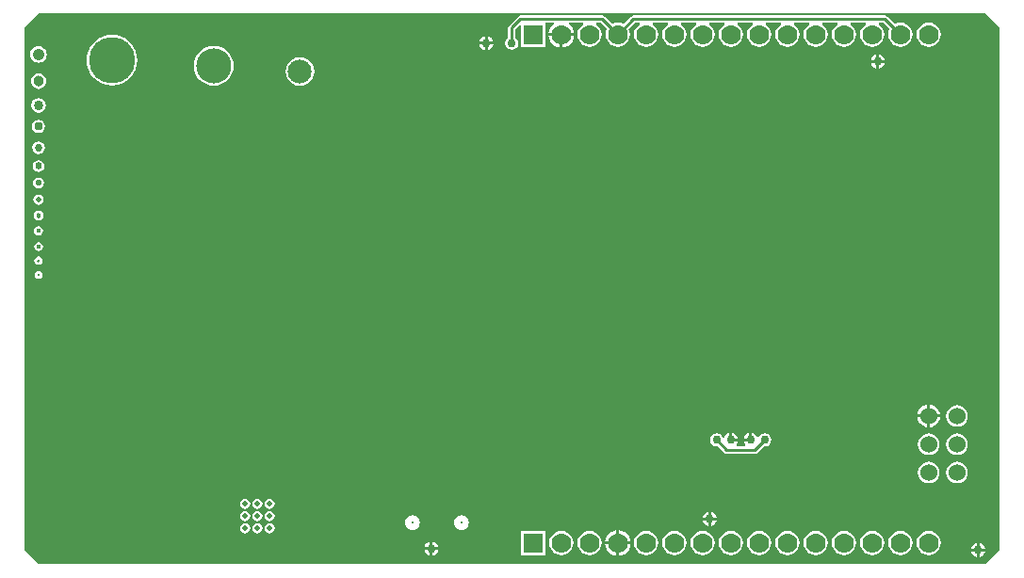
<source format=gbl>
G04 Layer_Physical_Order=2*
G04 Layer_Color=16750899*
%FSAX25Y25*%
%MOIN*%
G70*
G01*
G75*
%ADD41C,0.01000*%
%ADD42C,0.06000*%
%ADD43R,0.07000X0.07000*%
%ADD44C,0.07000*%
%ADD45C,0.01000*%
%ADD46C,0.04230*%
%ADD47C,0.03400*%
%ADD48C,0.02740*%
%ADD49C,0.02210*%
%ADD50C,0.01790*%
%ADD51C,0.01460*%
%ADD52C,0.01200*%
%ADD53C,0.03000*%
%ADD54C,0.01969*%
%ADD55C,0.01330*%
%ADD56C,0.01620*%
%ADD57C,0.01990*%
%ADD58C,0.02460*%
%ADD59C,0.03050*%
%ADD60C,0.03790*%
%ADD61C,0.16350*%
%ADD62C,0.08470*%
%ADD63C,0.12400*%
G36*
X0447500Y0292500D02*
Y0107500D01*
X0442500Y0102500D01*
X0107500D01*
X0102500Y0107500D01*
Y0292500D01*
X0107500Y0297500D01*
X0442500D01*
X0447500Y0292500D01*
D02*
G37*
%LPC*%
G36*
X0180669Y0116989D02*
X0179973Y0116850D01*
X0179383Y0116456D01*
X0178989Y0115866D01*
X0178850Y0115169D01*
X0178989Y0114473D01*
X0179383Y0113883D01*
X0179973Y0113489D01*
X0180669Y0113350D01*
X0181366Y0113489D01*
X0181956Y0113883D01*
X0182350Y0114473D01*
X0182489Y0115169D01*
X0182350Y0115866D01*
X0181956Y0116456D01*
X0181366Y0116850D01*
X0180669Y0116989D01*
D02*
G37*
G36*
X0313000Y0114473D02*
Y0110500D01*
X0316973D01*
X0316884Y0111175D01*
X0316431Y0112269D01*
X0315709Y0113209D01*
X0314769Y0113931D01*
X0313675Y0114384D01*
X0313000Y0114473D01*
D02*
G37*
G36*
X0185000Y0116989D02*
X0184304Y0116850D01*
X0183714Y0116456D01*
X0183319Y0115866D01*
X0183181Y0115169D01*
X0183319Y0114473D01*
X0183714Y0113883D01*
X0184304Y0113489D01*
X0185000Y0113350D01*
X0185696Y0113489D01*
X0186286Y0113883D01*
X0186681Y0114473D01*
X0186819Y0115169D01*
X0186681Y0115866D01*
X0186286Y0116456D01*
X0185696Y0116850D01*
X0185000Y0116989D01*
D02*
G37*
G36*
X0239839Y0119852D02*
X0239162Y0119763D01*
X0238532Y0119501D01*
X0237991Y0119086D01*
X0237576Y0118545D01*
X0237314Y0117914D01*
X0237225Y0117238D01*
X0237314Y0116561D01*
X0237576Y0115931D01*
X0237991Y0115390D01*
X0238532Y0114974D01*
X0239162Y0114713D01*
X0239839Y0114624D01*
X0240515Y0114713D01*
X0241146Y0114974D01*
X0241687Y0115390D01*
X0242103Y0115931D01*
X0242364Y0116561D01*
X0242453Y0117238D01*
X0242364Y0117914D01*
X0242103Y0118545D01*
X0241687Y0119086D01*
X0241146Y0119501D01*
X0240515Y0119763D01*
X0239839Y0119852D01*
D02*
G37*
G36*
X0189331Y0116989D02*
X0188635Y0116850D01*
X0188044Y0116456D01*
X0187650Y0115866D01*
X0187512Y0115169D01*
X0187650Y0114473D01*
X0188044Y0113883D01*
X0188635Y0113489D01*
X0189331Y0113350D01*
X0190027Y0113489D01*
X0190617Y0113883D01*
X0191011Y0114473D01*
X0191150Y0115169D01*
X0191011Y0115866D01*
X0190617Y0116456D01*
X0190027Y0116850D01*
X0189331Y0116989D01*
D02*
G37*
G36*
X0440500Y0109950D02*
Y0108000D01*
X0442450D01*
X0442355Y0108475D01*
X0441802Y0109302D01*
X0440976Y0109855D01*
X0440500Y0109950D01*
D02*
G37*
G36*
X0439500D02*
X0439024Y0109855D01*
X0438198Y0109302D01*
X0437645Y0108475D01*
X0437550Y0108000D01*
X0439500D01*
Y0109950D01*
D02*
G37*
G36*
X0246000Y0110450D02*
X0245525Y0110355D01*
X0244698Y0109802D01*
X0244145Y0108976D01*
X0244051Y0108500D01*
X0246000D01*
Y0110450D01*
D02*
G37*
G36*
X0312000Y0114473D02*
X0311325Y0114384D01*
X0310231Y0113931D01*
X0309291Y0113209D01*
X0308569Y0112269D01*
X0308116Y0111175D01*
X0308027Y0110500D01*
X0312000D01*
Y0114473D01*
D02*
G37*
G36*
X0247000Y0110450D02*
Y0108500D01*
X0248950D01*
X0248855Y0108976D01*
X0248302Y0109802D01*
X0247476Y0110355D01*
X0247000Y0110450D01*
D02*
G37*
G36*
X0344500Y0120949D02*
X0344024Y0120855D01*
X0343198Y0120302D01*
X0342645Y0119475D01*
X0342550Y0119000D01*
X0344500D01*
Y0120949D01*
D02*
G37*
G36*
X0189331Y0121319D02*
X0188635Y0121181D01*
X0188044Y0120786D01*
X0187650Y0120196D01*
X0187512Y0119500D01*
X0187650Y0118804D01*
X0188044Y0118214D01*
X0188635Y0117819D01*
X0189331Y0117681D01*
X0190027Y0117819D01*
X0190617Y0118214D01*
X0191011Y0118804D01*
X0191150Y0119500D01*
X0191011Y0120196D01*
X0190617Y0120786D01*
X0190027Y0121181D01*
X0189331Y0121319D01*
D02*
G37*
G36*
X0345500Y0120949D02*
Y0119000D01*
X0347449D01*
X0347355Y0119475D01*
X0346802Y0120302D01*
X0345975Y0120855D01*
X0345500Y0120949D01*
D02*
G37*
G36*
X0185000Y0125650D02*
X0184304Y0125511D01*
X0183714Y0125117D01*
X0183319Y0124527D01*
X0183181Y0123831D01*
X0183319Y0123135D01*
X0183714Y0122544D01*
X0184304Y0122150D01*
X0185000Y0122011D01*
X0185696Y0122150D01*
X0186286Y0122544D01*
X0186681Y0123135D01*
X0186819Y0123831D01*
X0186681Y0124527D01*
X0186286Y0125117D01*
X0185696Y0125511D01*
X0185000Y0125650D01*
D02*
G37*
G36*
X0180669D02*
X0179973Y0125511D01*
X0179383Y0125117D01*
X0178989Y0124527D01*
X0178850Y0123831D01*
X0178989Y0123135D01*
X0179383Y0122544D01*
X0179973Y0122150D01*
X0180669Y0122011D01*
X0181366Y0122150D01*
X0181956Y0122544D01*
X0182350Y0123135D01*
X0182489Y0123831D01*
X0182350Y0124527D01*
X0181956Y0125117D01*
X0181366Y0125511D01*
X0180669Y0125650D01*
D02*
G37*
G36*
X0344500Y0118000D02*
X0342550D01*
X0342645Y0117525D01*
X0343198Y0116698D01*
X0344024Y0116145D01*
X0344500Y0116051D01*
Y0118000D01*
D02*
G37*
G36*
X0257161Y0119852D02*
X0256485Y0119763D01*
X0255854Y0119501D01*
X0255313Y0119086D01*
X0254897Y0118545D01*
X0254636Y0117914D01*
X0254547Y0117238D01*
X0254636Y0116561D01*
X0254897Y0115931D01*
X0255313Y0115390D01*
X0255854Y0114974D01*
X0256485Y0114713D01*
X0257161Y0114624D01*
X0257838Y0114713D01*
X0258468Y0114974D01*
X0259009Y0115390D01*
X0259424Y0115931D01*
X0259686Y0116561D01*
X0259775Y0117238D01*
X0259686Y0117914D01*
X0259424Y0118545D01*
X0259009Y0119086D01*
X0258468Y0119501D01*
X0257838Y0119763D01*
X0257161Y0119852D01*
D02*
G37*
G36*
X0347449Y0118000D02*
X0345500D01*
Y0116051D01*
X0345975Y0116145D01*
X0346802Y0116698D01*
X0347355Y0117525D01*
X0347449Y0118000D01*
D02*
G37*
G36*
X0185000Y0121319D02*
X0184304Y0121181D01*
X0183714Y0120786D01*
X0183319Y0120196D01*
X0183181Y0119500D01*
X0183319Y0118804D01*
X0183714Y0118214D01*
X0184304Y0117819D01*
X0185000Y0117681D01*
X0185696Y0117819D01*
X0186286Y0118214D01*
X0186681Y0118804D01*
X0186819Y0119500D01*
X0186681Y0120196D01*
X0186286Y0120786D01*
X0185696Y0121181D01*
X0185000Y0121319D01*
D02*
G37*
G36*
X0180669D02*
X0179973Y0121181D01*
X0179383Y0120786D01*
X0178989Y0120196D01*
X0178850Y0119500D01*
X0178989Y0118804D01*
X0179383Y0118214D01*
X0179973Y0117819D01*
X0180669Y0117681D01*
X0181366Y0117819D01*
X0181956Y0118214D01*
X0182350Y0118804D01*
X0182489Y0119500D01*
X0182350Y0120196D01*
X0181956Y0120786D01*
X0181366Y0121181D01*
X0180669Y0121319D01*
D02*
G37*
G36*
X0292500Y0114337D02*
X0291377Y0114189D01*
X0290331Y0113756D01*
X0289433Y0113067D01*
X0288744Y0112169D01*
X0288311Y0111123D01*
X0288163Y0110000D01*
X0288311Y0108878D01*
X0288744Y0107831D01*
X0289433Y0106933D01*
X0290331Y0106244D01*
X0291377Y0105811D01*
X0292500Y0105663D01*
X0293622Y0105811D01*
X0294669Y0106244D01*
X0295567Y0106933D01*
X0296256Y0107831D01*
X0296689Y0108878D01*
X0296837Y0110000D01*
X0296689Y0111123D01*
X0296256Y0112169D01*
X0295567Y0113067D01*
X0294669Y0113756D01*
X0293622Y0114189D01*
X0292500Y0114337D01*
D02*
G37*
G36*
X0248950Y0107500D02*
X0247000D01*
Y0105551D01*
X0247476Y0105645D01*
X0248302Y0106198D01*
X0248855Y0107025D01*
X0248950Y0107500D01*
D02*
G37*
G36*
X0302500Y0114337D02*
X0301378Y0114189D01*
X0300331Y0113756D01*
X0299433Y0113067D01*
X0298744Y0112169D01*
X0298311Y0111123D01*
X0298163Y0110000D01*
X0298311Y0108878D01*
X0298744Y0107831D01*
X0299433Y0106933D01*
X0300331Y0106244D01*
X0301378Y0105811D01*
X0302500Y0105663D01*
X0303623Y0105811D01*
X0304669Y0106244D01*
X0305567Y0106933D01*
X0306256Y0107831D01*
X0306689Y0108878D01*
X0306837Y0110000D01*
X0306689Y0111123D01*
X0306256Y0112169D01*
X0305567Y0113067D01*
X0304669Y0113756D01*
X0303623Y0114189D01*
X0302500Y0114337D01*
D02*
G37*
G36*
X0332500D02*
X0331378Y0114189D01*
X0330331Y0113756D01*
X0329433Y0113067D01*
X0328744Y0112169D01*
X0328311Y0111123D01*
X0328163Y0110000D01*
X0328311Y0108878D01*
X0328744Y0107831D01*
X0329433Y0106933D01*
X0330331Y0106244D01*
X0331378Y0105811D01*
X0332500Y0105663D01*
X0333623Y0105811D01*
X0334669Y0106244D01*
X0335567Y0106933D01*
X0336256Y0107831D01*
X0336689Y0108878D01*
X0336837Y0110000D01*
X0336689Y0111123D01*
X0336256Y0112169D01*
X0335567Y0113067D01*
X0334669Y0113756D01*
X0333623Y0114189D01*
X0332500Y0114337D01*
D02*
G37*
G36*
X0322500D02*
X0321377Y0114189D01*
X0320331Y0113756D01*
X0319433Y0113067D01*
X0318744Y0112169D01*
X0318311Y0111123D01*
X0318163Y0110000D01*
X0318311Y0108878D01*
X0318744Y0107831D01*
X0319433Y0106933D01*
X0320331Y0106244D01*
X0321377Y0105811D01*
X0322500Y0105663D01*
X0323622Y0105811D01*
X0324669Y0106244D01*
X0325567Y0106933D01*
X0326256Y0107831D01*
X0326689Y0108878D01*
X0326837Y0110000D01*
X0326689Y0111123D01*
X0326256Y0112169D01*
X0325567Y0113067D01*
X0324669Y0113756D01*
X0323622Y0114189D01*
X0322500Y0114337D01*
D02*
G37*
G36*
X0442450Y0107000D02*
X0440500D01*
Y0105051D01*
X0440976Y0105145D01*
X0441802Y0105698D01*
X0442355Y0106525D01*
X0442450Y0107000D01*
D02*
G37*
G36*
X0439500D02*
X0437550D01*
X0437645Y0106525D01*
X0438198Y0105698D01*
X0439024Y0105145D01*
X0439500Y0105051D01*
Y0107000D01*
D02*
G37*
G36*
X0312000Y0109500D02*
X0308027D01*
X0308116Y0108825D01*
X0308569Y0107731D01*
X0309291Y0106791D01*
X0310231Y0106069D01*
X0311325Y0105616D01*
X0312000Y0105527D01*
Y0109500D01*
D02*
G37*
G36*
X0246000Y0107500D02*
X0244051D01*
X0244145Y0107025D01*
X0244698Y0106198D01*
X0245525Y0105645D01*
X0246000Y0105551D01*
Y0107500D01*
D02*
G37*
G36*
X0316973Y0109500D02*
X0313000D01*
Y0105527D01*
X0313675Y0105616D01*
X0314769Y0106069D01*
X0315709Y0106791D01*
X0316431Y0107731D01*
X0316884Y0108825D01*
X0316973Y0109500D01*
D02*
G37*
G36*
X0402500Y0114337D02*
X0401377Y0114189D01*
X0400331Y0113756D01*
X0399433Y0113067D01*
X0398744Y0112169D01*
X0398311Y0111123D01*
X0398163Y0110000D01*
X0398311Y0108878D01*
X0398744Y0107831D01*
X0399433Y0106933D01*
X0400331Y0106244D01*
X0401377Y0105811D01*
X0402500Y0105663D01*
X0403622Y0105811D01*
X0404669Y0106244D01*
X0405567Y0106933D01*
X0406256Y0107831D01*
X0406689Y0108878D01*
X0406837Y0110000D01*
X0406689Y0111123D01*
X0406256Y0112169D01*
X0405567Y0113067D01*
X0404669Y0113756D01*
X0403622Y0114189D01*
X0402500Y0114337D01*
D02*
G37*
G36*
X0392500D02*
X0391377Y0114189D01*
X0390331Y0113756D01*
X0389433Y0113067D01*
X0388744Y0112169D01*
X0388311Y0111123D01*
X0388163Y0110000D01*
X0388311Y0108878D01*
X0388744Y0107831D01*
X0389433Y0106933D01*
X0390331Y0106244D01*
X0391377Y0105811D01*
X0392500Y0105663D01*
X0393622Y0105811D01*
X0394669Y0106244D01*
X0395567Y0106933D01*
X0396256Y0107831D01*
X0396689Y0108878D01*
X0396837Y0110000D01*
X0396689Y0111123D01*
X0396256Y0112169D01*
X0395567Y0113067D01*
X0394669Y0113756D01*
X0393622Y0114189D01*
X0392500Y0114337D01*
D02*
G37*
G36*
X0412500D02*
X0411377Y0114189D01*
X0410331Y0113756D01*
X0409433Y0113067D01*
X0408744Y0112169D01*
X0408311Y0111123D01*
X0408163Y0110000D01*
X0408311Y0108878D01*
X0408744Y0107831D01*
X0409433Y0106933D01*
X0410331Y0106244D01*
X0411377Y0105811D01*
X0412500Y0105663D01*
X0413623Y0105811D01*
X0414669Y0106244D01*
X0415567Y0106933D01*
X0416256Y0107831D01*
X0416689Y0108878D01*
X0416837Y0110000D01*
X0416689Y0111123D01*
X0416256Y0112169D01*
X0415567Y0113067D01*
X0414669Y0113756D01*
X0413623Y0114189D01*
X0412500Y0114337D01*
D02*
G37*
G36*
X0286800Y0114300D02*
X0278200D01*
Y0105700D01*
X0286800D01*
Y0114300D01*
D02*
G37*
G36*
X0422500Y0114337D02*
X0421378Y0114189D01*
X0420331Y0113756D01*
X0419433Y0113067D01*
X0418744Y0112169D01*
X0418311Y0111123D01*
X0418163Y0110000D01*
X0418311Y0108878D01*
X0418744Y0107831D01*
X0419433Y0106933D01*
X0420331Y0106244D01*
X0421378Y0105811D01*
X0422500Y0105663D01*
X0423623Y0105811D01*
X0424669Y0106244D01*
X0425567Y0106933D01*
X0426256Y0107831D01*
X0426689Y0108878D01*
X0426837Y0110000D01*
X0426689Y0111123D01*
X0426256Y0112169D01*
X0425567Y0113067D01*
X0424669Y0113756D01*
X0423623Y0114189D01*
X0422500Y0114337D01*
D02*
G37*
G36*
X0352500D02*
X0351378Y0114189D01*
X0350331Y0113756D01*
X0349433Y0113067D01*
X0348744Y0112169D01*
X0348311Y0111123D01*
X0348163Y0110000D01*
X0348311Y0108878D01*
X0348744Y0107831D01*
X0349433Y0106933D01*
X0350331Y0106244D01*
X0351378Y0105811D01*
X0352500Y0105663D01*
X0353623Y0105811D01*
X0354669Y0106244D01*
X0355567Y0106933D01*
X0356256Y0107831D01*
X0356689Y0108878D01*
X0356837Y0110000D01*
X0356689Y0111123D01*
X0356256Y0112169D01*
X0355567Y0113067D01*
X0354669Y0113756D01*
X0353623Y0114189D01*
X0352500Y0114337D01*
D02*
G37*
G36*
X0342500D02*
X0341377Y0114189D01*
X0340331Y0113756D01*
X0339433Y0113067D01*
X0338744Y0112169D01*
X0338311Y0111123D01*
X0338163Y0110000D01*
X0338311Y0108878D01*
X0338744Y0107831D01*
X0339433Y0106933D01*
X0340331Y0106244D01*
X0341377Y0105811D01*
X0342500Y0105663D01*
X0343622Y0105811D01*
X0344669Y0106244D01*
X0345567Y0106933D01*
X0346256Y0107831D01*
X0346689Y0108878D01*
X0346837Y0110000D01*
X0346689Y0111123D01*
X0346256Y0112169D01*
X0345567Y0113067D01*
X0344669Y0113756D01*
X0343622Y0114189D01*
X0342500Y0114337D01*
D02*
G37*
G36*
X0362500D02*
X0361378Y0114189D01*
X0360331Y0113756D01*
X0359433Y0113067D01*
X0358744Y0112169D01*
X0358311Y0111123D01*
X0358163Y0110000D01*
X0358311Y0108878D01*
X0358744Y0107831D01*
X0359433Y0106933D01*
X0360331Y0106244D01*
X0361378Y0105811D01*
X0362500Y0105663D01*
X0363622Y0105811D01*
X0364669Y0106244D01*
X0365567Y0106933D01*
X0366256Y0107831D01*
X0366689Y0108878D01*
X0366837Y0110000D01*
X0366689Y0111123D01*
X0366256Y0112169D01*
X0365567Y0113067D01*
X0364669Y0113756D01*
X0363622Y0114189D01*
X0362500Y0114337D01*
D02*
G37*
G36*
X0382500D02*
X0381378Y0114189D01*
X0380331Y0113756D01*
X0379433Y0113067D01*
X0378744Y0112169D01*
X0378311Y0111123D01*
X0378163Y0110000D01*
X0378311Y0108878D01*
X0378744Y0107831D01*
X0379433Y0106933D01*
X0380331Y0106244D01*
X0381378Y0105811D01*
X0382500Y0105663D01*
X0383623Y0105811D01*
X0384669Y0106244D01*
X0385567Y0106933D01*
X0386256Y0107831D01*
X0386689Y0108878D01*
X0386837Y0110000D01*
X0386689Y0111123D01*
X0386256Y0112169D01*
X0385567Y0113067D01*
X0384669Y0113756D01*
X0383623Y0114189D01*
X0382500Y0114337D01*
D02*
G37*
G36*
X0372500D02*
X0371377Y0114189D01*
X0370331Y0113756D01*
X0369433Y0113067D01*
X0368744Y0112169D01*
X0368311Y0111123D01*
X0368163Y0110000D01*
X0368311Y0108878D01*
X0368744Y0107831D01*
X0369433Y0106933D01*
X0370331Y0106244D01*
X0371377Y0105811D01*
X0372500Y0105663D01*
X0373622Y0105811D01*
X0374669Y0106244D01*
X0375567Y0106933D01*
X0376256Y0107831D01*
X0376689Y0108878D01*
X0376837Y0110000D01*
X0376689Y0111123D01*
X0376256Y0112169D01*
X0375567Y0113067D01*
X0374669Y0113756D01*
X0373622Y0114189D01*
X0372500Y0114337D01*
D02*
G37*
G36*
X0133500Y0290018D02*
X0131741Y0289845D01*
X0130049Y0289332D01*
X0128490Y0288498D01*
X0127123Y0287377D01*
X0126001Y0286010D01*
X0125168Y0284451D01*
X0124655Y0282759D01*
X0124482Y0281000D01*
X0124655Y0279241D01*
X0125168Y0277549D01*
X0126001Y0275990D01*
X0127123Y0274623D01*
X0128490Y0273501D01*
X0130049Y0272668D01*
X0131741Y0272155D01*
X0133500Y0271982D01*
X0135259Y0272155D01*
X0136951Y0272668D01*
X0138510Y0273501D01*
X0139877Y0274623D01*
X0140999Y0275990D01*
X0141832Y0277549D01*
X0142345Y0279241D01*
X0142518Y0281000D01*
X0142345Y0282759D01*
X0141832Y0284451D01*
X0140999Y0286010D01*
X0139877Y0287377D01*
X0138510Y0288498D01*
X0136951Y0289332D01*
X0135259Y0289845D01*
X0133500Y0290018D01*
D02*
G37*
G36*
X0169500Y0286034D02*
X0168128Y0285899D01*
X0166808Y0285498D01*
X0165592Y0284848D01*
X0164526Y0283974D01*
X0163652Y0282908D01*
X0163002Y0281692D01*
X0162601Y0280372D01*
X0162466Y0279000D01*
X0162601Y0277628D01*
X0163002Y0276308D01*
X0163652Y0275092D01*
X0164526Y0274026D01*
X0165592Y0273151D01*
X0166808Y0272501D01*
X0168128Y0272101D01*
X0169500Y0271966D01*
X0170872Y0272101D01*
X0172192Y0272501D01*
X0173408Y0273151D01*
X0174474Y0274026D01*
X0175348Y0275092D01*
X0175998Y0276308D01*
X0176399Y0277628D01*
X0176534Y0279000D01*
X0176399Y0280372D01*
X0175998Y0281692D01*
X0175348Y0282908D01*
X0174474Y0283974D01*
X0173408Y0284848D01*
X0172192Y0285498D01*
X0170872Y0285899D01*
X0169500Y0286034D01*
D02*
G37*
G36*
X0404000Y0280000D02*
X0402050D01*
X0402145Y0279524D01*
X0402698Y0278698D01*
X0403524Y0278145D01*
X0404000Y0278050D01*
Y0280000D01*
D02*
G37*
G36*
X0107500Y0285940D02*
X0106739Y0285840D01*
X0106030Y0285546D01*
X0105421Y0285079D01*
X0104954Y0284470D01*
X0104660Y0283761D01*
X0104560Y0283000D01*
X0104660Y0282239D01*
X0104954Y0281530D01*
X0105421Y0280921D01*
X0106030Y0280454D01*
X0106739Y0280160D01*
X0107500Y0280060D01*
X0108261Y0280160D01*
X0108970Y0280454D01*
X0109579Y0280921D01*
X0110046Y0281530D01*
X0110340Y0282239D01*
X0110440Y0283000D01*
X0110340Y0283761D01*
X0110046Y0284470D01*
X0109579Y0285079D01*
X0108970Y0285546D01*
X0108261Y0285840D01*
X0107500Y0285940D01*
D02*
G37*
G36*
X0406950Y0280000D02*
X0405000D01*
Y0278050D01*
X0405476Y0278145D01*
X0406302Y0278698D01*
X0406855Y0279524D01*
X0406950Y0280000D01*
D02*
G37*
G36*
X0107500Y0259871D02*
X0106593Y0259690D01*
X0105824Y0259176D01*
X0105310Y0258407D01*
X0105129Y0257500D01*
X0105310Y0256593D01*
X0105824Y0255824D01*
X0106593Y0255310D01*
X0107500Y0255129D01*
X0108407Y0255310D01*
X0109176Y0255824D01*
X0109690Y0256593D01*
X0109871Y0257500D01*
X0109690Y0258407D01*
X0109176Y0259176D01*
X0108407Y0259690D01*
X0107500Y0259871D01*
D02*
G37*
G36*
Y0252213D02*
X0106653Y0252044D01*
X0105936Y0251565D01*
X0105456Y0250847D01*
X0105288Y0250000D01*
X0105456Y0249153D01*
X0105936Y0248435D01*
X0106653Y0247956D01*
X0107500Y0247787D01*
X0108347Y0247956D01*
X0109064Y0248435D01*
X0109544Y0249153D01*
X0109713Y0250000D01*
X0109544Y0250847D01*
X0109064Y0251565D01*
X0108347Y0252044D01*
X0107500Y0252213D01*
D02*
G37*
G36*
Y0267549D02*
X0106525Y0267355D01*
X0105698Y0266802D01*
X0105145Y0265975D01*
X0104951Y0265000D01*
X0105145Y0264024D01*
X0105698Y0263198D01*
X0106525Y0262645D01*
X0107500Y0262451D01*
X0108475Y0262645D01*
X0109302Y0263198D01*
X0109855Y0264024D01*
X0110049Y0265000D01*
X0109855Y0265975D01*
X0109302Y0266802D01*
X0108475Y0267355D01*
X0107500Y0267549D01*
D02*
G37*
G36*
X0200000Y0282079D02*
X0198686Y0281905D01*
X0197461Y0281398D01*
X0196409Y0280591D01*
X0195602Y0279539D01*
X0195095Y0278314D01*
X0194922Y0277000D01*
X0195095Y0275686D01*
X0195602Y0274461D01*
X0196409Y0273409D01*
X0197461Y0272602D01*
X0198686Y0272095D01*
X0200000Y0271921D01*
X0201314Y0272095D01*
X0202539Y0272602D01*
X0203591Y0273409D01*
X0204398Y0274461D01*
X0204905Y0275686D01*
X0205079Y0277000D01*
X0204905Y0278314D01*
X0204398Y0279539D01*
X0203591Y0280591D01*
X0202539Y0281398D01*
X0201314Y0281905D01*
X0200000Y0282079D01*
D02*
G37*
G36*
X0107500Y0276218D02*
X0106797Y0276126D01*
X0106141Y0275854D01*
X0105578Y0275422D01*
X0105146Y0274859D01*
X0104874Y0274203D01*
X0104782Y0273500D01*
X0104874Y0272797D01*
X0105146Y0272141D01*
X0105578Y0271578D01*
X0106141Y0271146D01*
X0106797Y0270874D01*
X0107500Y0270782D01*
X0108203Y0270874D01*
X0108859Y0271146D01*
X0109422Y0271578D01*
X0109854Y0272141D01*
X0110126Y0272797D01*
X0110218Y0273500D01*
X0110126Y0274203D01*
X0109854Y0274859D01*
X0109422Y0275422D01*
X0108859Y0275854D01*
X0108203Y0276126D01*
X0107500Y0276218D01*
D02*
G37*
G36*
X0422500Y0294337D02*
X0421378Y0294189D01*
X0420331Y0293756D01*
X0419433Y0293067D01*
X0418744Y0292169D01*
X0418311Y0291123D01*
X0418163Y0290000D01*
X0418311Y0288878D01*
X0418744Y0287831D01*
X0419433Y0286933D01*
X0420331Y0286244D01*
X0421378Y0285811D01*
X0422500Y0285663D01*
X0423623Y0285811D01*
X0424669Y0286244D01*
X0425567Y0286933D01*
X0426256Y0287831D01*
X0426689Y0288878D01*
X0426837Y0290000D01*
X0426689Y0291123D01*
X0426256Y0292169D01*
X0425567Y0293067D01*
X0424669Y0293756D01*
X0423623Y0294189D01*
X0422500Y0294337D01*
D02*
G37*
G36*
X0296973Y0289500D02*
X0293000D01*
Y0285527D01*
X0293675Y0285616D01*
X0294769Y0286069D01*
X0295709Y0286791D01*
X0296431Y0287731D01*
X0296884Y0288825D01*
X0296973Y0289500D01*
D02*
G37*
G36*
X0265500Y0289450D02*
X0265024Y0289355D01*
X0264198Y0288802D01*
X0263645Y0287976D01*
X0263550Y0287500D01*
X0265500D01*
Y0289450D01*
D02*
G37*
G36*
X0407000Y0296826D02*
X0318000D01*
X0317493Y0296725D01*
X0317063Y0296437D01*
X0314466Y0293840D01*
X0313622Y0294189D01*
X0312500Y0294337D01*
X0311378Y0294189D01*
X0310534Y0293840D01*
X0307937Y0296437D01*
X0307507Y0296725D01*
X0307000Y0296826D01*
X0278000D01*
X0277493Y0296725D01*
X0277063Y0296437D01*
X0274063Y0293437D01*
X0273775Y0293007D01*
X0273675Y0292500D01*
Y0288880D01*
X0273342Y0288658D01*
X0272833Y0287897D01*
X0272655Y0287000D01*
X0272833Y0286103D01*
X0273342Y0285342D01*
X0274103Y0284833D01*
X0275000Y0284655D01*
X0275897Y0284833D01*
X0276658Y0285342D01*
X0277167Y0286103D01*
X0277345Y0287000D01*
X0277167Y0287897D01*
X0276658Y0288658D01*
X0276325Y0288880D01*
Y0291951D01*
X0277738Y0293364D01*
X0278200Y0293172D01*
Y0285700D01*
X0286800D01*
Y0294175D01*
X0289727D01*
X0289897Y0293674D01*
X0289291Y0293209D01*
X0288569Y0292269D01*
X0288116Y0291175D01*
X0288027Y0290500D01*
X0296973D01*
X0296884Y0291175D01*
X0296431Y0292269D01*
X0295709Y0293209D01*
X0295103Y0293674D01*
X0295273Y0294175D01*
X0300109D01*
X0300225Y0293674D01*
X0299433Y0293067D01*
X0298744Y0292169D01*
X0298311Y0291123D01*
X0298163Y0290000D01*
X0298311Y0288878D01*
X0298744Y0287831D01*
X0299433Y0286933D01*
X0300331Y0286244D01*
X0301378Y0285811D01*
X0302500Y0285663D01*
X0303623Y0285811D01*
X0304669Y0286244D01*
X0305567Y0286933D01*
X0306256Y0287831D01*
X0306689Y0288878D01*
X0306837Y0290000D01*
X0306689Y0291123D01*
X0306256Y0292169D01*
X0305567Y0293067D01*
X0304775Y0293674D01*
X0304891Y0294175D01*
X0306451D01*
X0308660Y0291966D01*
X0308311Y0291123D01*
X0308163Y0290000D01*
X0308311Y0288878D01*
X0308744Y0287831D01*
X0309433Y0286933D01*
X0310331Y0286244D01*
X0311378Y0285811D01*
X0312500Y0285663D01*
X0313622Y0285811D01*
X0314669Y0286244D01*
X0315567Y0286933D01*
X0316256Y0287831D01*
X0316689Y0288878D01*
X0316837Y0290000D01*
X0316689Y0291123D01*
X0316340Y0291966D01*
X0318549Y0294175D01*
X0320109D01*
X0320225Y0293674D01*
X0319433Y0293067D01*
X0318744Y0292169D01*
X0318311Y0291123D01*
X0318163Y0290000D01*
X0318311Y0288878D01*
X0318744Y0287831D01*
X0319433Y0286933D01*
X0320331Y0286244D01*
X0321377Y0285811D01*
X0322500Y0285663D01*
X0323622Y0285811D01*
X0324669Y0286244D01*
X0325567Y0286933D01*
X0326256Y0287831D01*
X0326689Y0288878D01*
X0326837Y0290000D01*
X0326689Y0291123D01*
X0326256Y0292169D01*
X0325567Y0293067D01*
X0324775Y0293674D01*
X0324891Y0294175D01*
X0330108D01*
X0330225Y0293674D01*
X0329433Y0293067D01*
X0328744Y0292169D01*
X0328311Y0291123D01*
X0328163Y0290000D01*
X0328311Y0288878D01*
X0328744Y0287831D01*
X0329433Y0286933D01*
X0330331Y0286244D01*
X0331378Y0285811D01*
X0332500Y0285663D01*
X0333623Y0285811D01*
X0334669Y0286244D01*
X0335567Y0286933D01*
X0336256Y0287831D01*
X0336689Y0288878D01*
X0336837Y0290000D01*
X0336689Y0291123D01*
X0336256Y0292169D01*
X0335567Y0293067D01*
X0334775Y0293674D01*
X0334892Y0294175D01*
X0340108D01*
X0340225Y0293674D01*
X0339433Y0293067D01*
X0338744Y0292169D01*
X0338311Y0291123D01*
X0338163Y0290000D01*
X0338311Y0288878D01*
X0338744Y0287831D01*
X0339433Y0286933D01*
X0340331Y0286244D01*
X0341377Y0285811D01*
X0342500Y0285663D01*
X0343622Y0285811D01*
X0344669Y0286244D01*
X0345567Y0286933D01*
X0346256Y0287831D01*
X0346689Y0288878D01*
X0346837Y0290000D01*
X0346689Y0291123D01*
X0346256Y0292169D01*
X0345567Y0293067D01*
X0344775Y0293674D01*
X0344892Y0294175D01*
X0350109D01*
X0350225Y0293674D01*
X0349433Y0293067D01*
X0348744Y0292169D01*
X0348311Y0291123D01*
X0348163Y0290000D01*
X0348311Y0288878D01*
X0348744Y0287831D01*
X0349433Y0286933D01*
X0350331Y0286244D01*
X0351378Y0285811D01*
X0352500Y0285663D01*
X0353623Y0285811D01*
X0354669Y0286244D01*
X0355567Y0286933D01*
X0356256Y0287831D01*
X0356689Y0288878D01*
X0356837Y0290000D01*
X0356689Y0291123D01*
X0356256Y0292169D01*
X0355567Y0293067D01*
X0354775Y0293674D01*
X0354891Y0294175D01*
X0360108D01*
X0360225Y0293674D01*
X0359433Y0293067D01*
X0358744Y0292169D01*
X0358311Y0291123D01*
X0358163Y0290000D01*
X0358311Y0288878D01*
X0358744Y0287831D01*
X0359433Y0286933D01*
X0360331Y0286244D01*
X0361378Y0285811D01*
X0362500Y0285663D01*
X0363622Y0285811D01*
X0364669Y0286244D01*
X0365567Y0286933D01*
X0366256Y0287831D01*
X0366689Y0288878D01*
X0366837Y0290000D01*
X0366689Y0291123D01*
X0366256Y0292169D01*
X0365567Y0293067D01*
X0364775Y0293674D01*
X0364892Y0294175D01*
X0370109D01*
X0370225Y0293674D01*
X0369433Y0293067D01*
X0368744Y0292169D01*
X0368311Y0291123D01*
X0368163Y0290000D01*
X0368311Y0288878D01*
X0368744Y0287831D01*
X0369433Y0286933D01*
X0370331Y0286244D01*
X0371377Y0285811D01*
X0372500Y0285663D01*
X0373622Y0285811D01*
X0374669Y0286244D01*
X0375567Y0286933D01*
X0376256Y0287831D01*
X0376689Y0288878D01*
X0376837Y0290000D01*
X0376689Y0291123D01*
X0376256Y0292169D01*
X0375567Y0293067D01*
X0374775Y0293674D01*
X0374891Y0294175D01*
X0380108D01*
X0380225Y0293674D01*
X0379433Y0293067D01*
X0378744Y0292169D01*
X0378311Y0291123D01*
X0378163Y0290000D01*
X0378311Y0288878D01*
X0378744Y0287831D01*
X0379433Y0286933D01*
X0380331Y0286244D01*
X0381378Y0285811D01*
X0382500Y0285663D01*
X0383623Y0285811D01*
X0384669Y0286244D01*
X0385567Y0286933D01*
X0386256Y0287831D01*
X0386689Y0288878D01*
X0386837Y0290000D01*
X0386689Y0291123D01*
X0386256Y0292169D01*
X0385567Y0293067D01*
X0384775Y0293674D01*
X0384892Y0294175D01*
X0390108D01*
X0390225Y0293674D01*
X0389433Y0293067D01*
X0388744Y0292169D01*
X0388311Y0291123D01*
X0388163Y0290000D01*
X0388311Y0288878D01*
X0388744Y0287831D01*
X0389433Y0286933D01*
X0390331Y0286244D01*
X0391377Y0285811D01*
X0392500Y0285663D01*
X0393622Y0285811D01*
X0394669Y0286244D01*
X0395567Y0286933D01*
X0396256Y0287831D01*
X0396689Y0288878D01*
X0396837Y0290000D01*
X0396689Y0291123D01*
X0396256Y0292169D01*
X0395567Y0293067D01*
X0394775Y0293674D01*
X0394892Y0294175D01*
X0400108D01*
X0400225Y0293674D01*
X0399433Y0293067D01*
X0398744Y0292169D01*
X0398311Y0291123D01*
X0398163Y0290000D01*
X0398311Y0288878D01*
X0398744Y0287831D01*
X0399433Y0286933D01*
X0400331Y0286244D01*
X0401377Y0285811D01*
X0402500Y0285663D01*
X0403622Y0285811D01*
X0404669Y0286244D01*
X0405567Y0286933D01*
X0406256Y0287831D01*
X0406689Y0288878D01*
X0406837Y0290000D01*
X0406689Y0291123D01*
X0406256Y0292169D01*
X0405567Y0293067D01*
X0404775Y0293674D01*
X0404891Y0294175D01*
X0406451D01*
X0408660Y0291966D01*
X0408311Y0291123D01*
X0408163Y0290000D01*
X0408311Y0288878D01*
X0408744Y0287831D01*
X0409433Y0286933D01*
X0410331Y0286244D01*
X0411377Y0285811D01*
X0412500Y0285663D01*
X0413623Y0285811D01*
X0414669Y0286244D01*
X0415567Y0286933D01*
X0416256Y0287831D01*
X0416689Y0288878D01*
X0416837Y0290000D01*
X0416689Y0291123D01*
X0416256Y0292169D01*
X0415567Y0293067D01*
X0414669Y0293756D01*
X0413623Y0294189D01*
X0412500Y0294337D01*
X0411377Y0294189D01*
X0410534Y0293840D01*
X0407937Y0296437D01*
X0407507Y0296725D01*
X0407000Y0296826D01*
D02*
G37*
G36*
X0266500Y0289450D02*
Y0287500D01*
X0268449D01*
X0268355Y0287976D01*
X0267802Y0288802D01*
X0266975Y0289355D01*
X0266500Y0289450D01*
D02*
G37*
G36*
X0405000Y0282949D02*
Y0281000D01*
X0406950D01*
X0406855Y0281475D01*
X0406302Y0282302D01*
X0405476Y0282855D01*
X0405000Y0282949D01*
D02*
G37*
G36*
X0404000D02*
X0403524Y0282855D01*
X0402698Y0282302D01*
X0402145Y0281475D01*
X0402050Y0281000D01*
X0404000D01*
Y0282949D01*
D02*
G37*
G36*
X0265500Y0286500D02*
X0263550D01*
X0263645Y0286024D01*
X0264198Y0285198D01*
X0265024Y0284645D01*
X0265500Y0284550D01*
Y0286500D01*
D02*
G37*
G36*
X0292000Y0289500D02*
X0288027D01*
X0288116Y0288825D01*
X0288569Y0287731D01*
X0289291Y0286791D01*
X0290231Y0286069D01*
X0291325Y0285616D01*
X0292000Y0285527D01*
Y0289500D01*
D02*
G37*
G36*
X0268449Y0286500D02*
X0266500D01*
Y0284550D01*
X0266975Y0284645D01*
X0267802Y0285198D01*
X0268355Y0286024D01*
X0268449Y0286500D01*
D02*
G37*
G36*
X0107500Y0245570D02*
X0106708Y0245412D01*
X0106036Y0244964D01*
X0105588Y0244292D01*
X0105430Y0243500D01*
X0105588Y0242708D01*
X0106036Y0242037D01*
X0106708Y0241588D01*
X0107500Y0241430D01*
X0108292Y0241588D01*
X0108964Y0242037D01*
X0109412Y0242708D01*
X0109570Y0243500D01*
X0109412Y0244292D01*
X0108964Y0244964D01*
X0108292Y0245412D01*
X0107500Y0245570D01*
D02*
G37*
G36*
X0353000Y0148950D02*
Y0147000D01*
X0354949D01*
X0354855Y0147476D01*
X0354302Y0148302D01*
X0353475Y0148855D01*
X0353000Y0148950D01*
D02*
G37*
G36*
X0360000D02*
Y0146500D01*
X0359500D01*
Y0146000D01*
X0357050D01*
X0357145Y0145525D01*
X0357612Y0144825D01*
X0357423Y0144325D01*
X0354577D01*
X0354388Y0144825D01*
X0354855Y0145525D01*
X0354949Y0146000D01*
X0352500D01*
Y0146500D01*
X0352000D01*
Y0148950D01*
X0351524Y0148855D01*
X0350698Y0148302D01*
X0350157Y0147494D01*
X0349862Y0147436D01*
X0349630Y0147451D01*
X0349158Y0148158D01*
X0348397Y0148667D01*
X0347500Y0148845D01*
X0346603Y0148667D01*
X0345842Y0148158D01*
X0345333Y0147397D01*
X0345155Y0146500D01*
X0345333Y0145603D01*
X0345842Y0144842D01*
X0346603Y0144333D01*
X0347500Y0144155D01*
X0347892Y0144233D01*
X0350063Y0142063D01*
X0350493Y0141775D01*
X0351000Y0141674D01*
X0361000D01*
X0361507Y0141775D01*
X0361937Y0142063D01*
X0364107Y0144233D01*
X0364500Y0144155D01*
X0365397Y0144333D01*
X0366158Y0144842D01*
X0366667Y0145603D01*
X0366845Y0146500D01*
X0366667Y0147397D01*
X0366158Y0148158D01*
X0365397Y0148667D01*
X0364500Y0148845D01*
X0363603Y0148667D01*
X0362842Y0148158D01*
X0362369Y0147451D01*
X0362138Y0147436D01*
X0361843Y0147494D01*
X0361302Y0148302D01*
X0360475Y0148855D01*
X0360000Y0148950D01*
D02*
G37*
G36*
X0359000D02*
X0358524Y0148855D01*
X0357698Y0148302D01*
X0357145Y0147476D01*
X0357050Y0147000D01*
X0359000D01*
Y0148950D01*
D02*
G37*
G36*
X0426469Y0154500D02*
X0423000D01*
Y0151031D01*
X0423544Y0151103D01*
X0424517Y0151506D01*
X0425353Y0152147D01*
X0425994Y0152983D01*
X0426397Y0153956D01*
X0426469Y0154500D01*
D02*
G37*
G36*
X0422000D02*
X0418531D01*
X0418603Y0153956D01*
X0419006Y0152983D01*
X0419647Y0152147D01*
X0420483Y0151506D01*
X0421456Y0151103D01*
X0422000Y0151031D01*
Y0154500D01*
D02*
G37*
G36*
X0422500Y0138833D02*
X0421508Y0138702D01*
X0420584Y0138319D01*
X0419790Y0137710D01*
X0419181Y0136916D01*
X0418798Y0135992D01*
X0418667Y0135000D01*
X0418798Y0134008D01*
X0419181Y0133084D01*
X0419790Y0132290D01*
X0420584Y0131681D01*
X0421508Y0131298D01*
X0422500Y0131167D01*
X0423492Y0131298D01*
X0424416Y0131681D01*
X0425210Y0132290D01*
X0425819Y0133084D01*
X0426202Y0134008D01*
X0426333Y0135000D01*
X0426202Y0135992D01*
X0425819Y0136916D01*
X0425210Y0137710D01*
X0424416Y0138319D01*
X0423492Y0138702D01*
X0422500Y0138833D01*
D02*
G37*
G36*
X0189331Y0125650D02*
X0188635Y0125511D01*
X0188044Y0125117D01*
X0187650Y0124527D01*
X0187512Y0123831D01*
X0187650Y0123135D01*
X0188044Y0122544D01*
X0188635Y0122150D01*
X0189331Y0122011D01*
X0190027Y0122150D01*
X0190617Y0122544D01*
X0191011Y0123135D01*
X0191150Y0123831D01*
X0191011Y0124527D01*
X0190617Y0125117D01*
X0190027Y0125511D01*
X0189331Y0125650D01*
D02*
G37*
G36*
X0432500Y0138833D02*
X0431508Y0138702D01*
X0430584Y0138319D01*
X0429790Y0137710D01*
X0429181Y0136916D01*
X0428798Y0135992D01*
X0428667Y0135000D01*
X0428798Y0134008D01*
X0429181Y0133084D01*
X0429790Y0132290D01*
X0430584Y0131681D01*
X0431508Y0131298D01*
X0432500Y0131167D01*
X0433492Y0131298D01*
X0434416Y0131681D01*
X0435210Y0132290D01*
X0435819Y0133084D01*
X0436202Y0134008D01*
X0436333Y0135000D01*
X0436202Y0135992D01*
X0435819Y0136916D01*
X0435210Y0137710D01*
X0434416Y0138319D01*
X0433492Y0138702D01*
X0432500Y0138833D01*
D02*
G37*
G36*
Y0148833D02*
X0431508Y0148702D01*
X0430584Y0148319D01*
X0429790Y0147710D01*
X0429181Y0146916D01*
X0428798Y0145992D01*
X0428667Y0145000D01*
X0428798Y0144008D01*
X0429181Y0143084D01*
X0429790Y0142290D01*
X0430584Y0141681D01*
X0431508Y0141298D01*
X0432500Y0141167D01*
X0433492Y0141298D01*
X0434416Y0141681D01*
X0435210Y0142290D01*
X0435819Y0143084D01*
X0436202Y0144008D01*
X0436333Y0145000D01*
X0436202Y0145992D01*
X0435819Y0146916D01*
X0435210Y0147710D01*
X0434416Y0148319D01*
X0433492Y0148702D01*
X0432500Y0148833D01*
D02*
G37*
G36*
X0422500D02*
X0421508Y0148702D01*
X0420584Y0148319D01*
X0419790Y0147710D01*
X0419181Y0146916D01*
X0418798Y0145992D01*
X0418667Y0145000D01*
X0418798Y0144008D01*
X0419181Y0143084D01*
X0419790Y0142290D01*
X0420584Y0141681D01*
X0421508Y0141298D01*
X0422500Y0141167D01*
X0423492Y0141298D01*
X0424416Y0141681D01*
X0425210Y0142290D01*
X0425819Y0143084D01*
X0426202Y0144008D01*
X0426333Y0145000D01*
X0426202Y0145992D01*
X0425819Y0146916D01*
X0425210Y0147710D01*
X0424416Y0148319D01*
X0423492Y0148702D01*
X0422500Y0148833D01*
D02*
G37*
G36*
X0107500Y0222142D02*
X0106872Y0222017D01*
X0106339Y0221661D01*
X0105983Y0221128D01*
X0105859Y0220500D01*
X0105983Y0219872D01*
X0106339Y0219339D01*
X0106872Y0218983D01*
X0107500Y0218859D01*
X0108128Y0218983D01*
X0108661Y0219339D01*
X0109017Y0219872D01*
X0109142Y0220500D01*
X0109017Y0221128D01*
X0108661Y0221661D01*
X0108128Y0222017D01*
X0107500Y0222142D01*
D02*
G37*
G36*
Y0216560D02*
X0106903Y0216441D01*
X0106397Y0216103D01*
X0106059Y0215597D01*
X0105940Y0215000D01*
X0106059Y0214403D01*
X0106397Y0213897D01*
X0106903Y0213559D01*
X0107500Y0213440D01*
X0108097Y0213559D01*
X0108603Y0213897D01*
X0108941Y0214403D01*
X0109060Y0215000D01*
X0108941Y0215597D01*
X0108603Y0216103D01*
X0108097Y0216441D01*
X0107500Y0216560D01*
D02*
G37*
G36*
Y0227728D02*
X0106839Y0227597D01*
X0106278Y0227222D01*
X0105903Y0226661D01*
X0105772Y0226000D01*
X0105903Y0225339D01*
X0106278Y0224778D01*
X0106839Y0224403D01*
X0107500Y0224272D01*
X0108161Y0224403D01*
X0108722Y0224778D01*
X0109097Y0225339D01*
X0109228Y0226000D01*
X0109097Y0226661D01*
X0108722Y0227222D01*
X0108161Y0227597D01*
X0107500Y0227728D01*
D02*
G37*
G36*
Y0239442D02*
X0106757Y0239295D01*
X0106127Y0238873D01*
X0105705Y0238243D01*
X0105558Y0237500D01*
X0105705Y0236757D01*
X0106127Y0236127D01*
X0106757Y0235705D01*
X0107500Y0235558D01*
X0108243Y0235705D01*
X0108873Y0236127D01*
X0109294Y0236757D01*
X0109442Y0237500D01*
X0109294Y0238243D01*
X0108873Y0238873D01*
X0108243Y0239295D01*
X0107500Y0239442D01*
D02*
G37*
G36*
Y0233330D02*
X0106800Y0233191D01*
X0106206Y0232794D01*
X0105809Y0232200D01*
X0105670Y0231500D01*
X0105809Y0230800D01*
X0106206Y0230206D01*
X0106800Y0229809D01*
X0107500Y0229670D01*
X0108200Y0229809D01*
X0108794Y0230206D01*
X0109191Y0230800D01*
X0109330Y0231500D01*
X0109191Y0232200D01*
X0108794Y0232794D01*
X0108200Y0233191D01*
X0107500Y0233330D01*
D02*
G37*
G36*
X0422000Y0158969D02*
X0421456Y0158897D01*
X0420483Y0158494D01*
X0419647Y0157853D01*
X0419006Y0157017D01*
X0418603Y0156044D01*
X0418531Y0155500D01*
X0422000D01*
Y0158969D01*
D02*
G37*
G36*
X0432500Y0158833D02*
X0431508Y0158702D01*
X0430584Y0158319D01*
X0429790Y0157710D01*
X0429181Y0156916D01*
X0428798Y0155992D01*
X0428667Y0155000D01*
X0428798Y0154008D01*
X0429181Y0153084D01*
X0429790Y0152290D01*
X0430584Y0151681D01*
X0431508Y0151298D01*
X0432500Y0151167D01*
X0433492Y0151298D01*
X0434416Y0151681D01*
X0435210Y0152290D01*
X0435819Y0153084D01*
X0436202Y0154008D01*
X0436333Y0155000D01*
X0436202Y0155992D01*
X0435819Y0156916D01*
X0435210Y0157710D01*
X0434416Y0158319D01*
X0433492Y0158702D01*
X0432500Y0158833D01*
D02*
G37*
G36*
X0423000Y0158969D02*
Y0155500D01*
X0426469D01*
X0426397Y0156044D01*
X0425994Y0157017D01*
X0425353Y0157853D01*
X0424517Y0158494D01*
X0423544Y0158897D01*
X0423000Y0158969D01*
D02*
G37*
G36*
X0107500Y0211494D02*
X0106928Y0211380D01*
X0106444Y0211056D01*
X0106120Y0210572D01*
X0106006Y0210000D01*
X0106120Y0209428D01*
X0106444Y0208944D01*
X0106928Y0208620D01*
X0107500Y0208506D01*
X0108072Y0208620D01*
X0108556Y0208944D01*
X0108880Y0209428D01*
X0108994Y0210000D01*
X0108880Y0210572D01*
X0108556Y0211056D01*
X0108072Y0211380D01*
X0107500Y0211494D01*
D02*
G37*
G36*
Y0206427D02*
X0106954Y0206319D01*
X0106491Y0206009D01*
X0106181Y0205546D01*
X0106073Y0205000D01*
X0106181Y0204454D01*
X0106491Y0203991D01*
X0106954Y0203681D01*
X0107500Y0203573D01*
X0108046Y0203681D01*
X0108509Y0203991D01*
X0108819Y0204454D01*
X0108927Y0205000D01*
X0108819Y0205546D01*
X0108509Y0206009D01*
X0108046Y0206319D01*
X0107500Y0206427D01*
D02*
G37*
%LPD*%
D41*
X0407000Y0295500D02*
X0412500Y0290000D01*
X0318000Y0295500D02*
X0407000D01*
X0312500Y0290000D02*
X0318000Y0295500D01*
X0307000D02*
X0312500Y0290000D01*
X0278000Y0295500D02*
X0307000D01*
X0275000Y0292500D02*
X0278000Y0295500D01*
X0275000Y0287000D02*
Y0292500D01*
X0361000Y0143000D02*
X0364500Y0146500D01*
X0351000Y0143000D02*
X0361000D01*
X0347500Y0146500D02*
X0351000Y0143000D01*
D42*
X0422500Y0155000D02*
D03*
X0432500D02*
D03*
X0422500Y0135000D02*
D03*
Y0145000D02*
D03*
X0432500D02*
D03*
Y0135000D02*
D03*
D43*
X0282500Y0290000D02*
D03*
Y0110000D02*
D03*
D44*
X0292500Y0290000D02*
D03*
X0302500D02*
D03*
X0312500D02*
D03*
X0322500D02*
D03*
X0332500D02*
D03*
X0342500D02*
D03*
X0352500D02*
D03*
X0362500D02*
D03*
X0372500D02*
D03*
X0382500D02*
D03*
X0392500D02*
D03*
X0402500D02*
D03*
X0412500D02*
D03*
X0422500D02*
D03*
X0292500Y0110000D02*
D03*
X0302500D02*
D03*
X0312500D02*
D03*
X0322500D02*
D03*
X0332500D02*
D03*
X0342500D02*
D03*
X0352500D02*
D03*
X0362500D02*
D03*
X0372500D02*
D03*
X0382500D02*
D03*
X0392500D02*
D03*
X0402500D02*
D03*
X0412500D02*
D03*
X0422500D02*
D03*
D45*
X0239839Y0117238D02*
D03*
X0257161D02*
D03*
D46*
X0107500Y0283000D02*
D03*
D47*
Y0265000D02*
D03*
D48*
Y0250000D02*
D03*
D49*
Y0237500D02*
D03*
D50*
Y0226000D02*
D03*
D51*
Y0215000D02*
D03*
D52*
Y0205000D02*
D03*
D53*
X0275000Y0287000D02*
D03*
X0347500Y0146500D02*
D03*
X0440000Y0107500D02*
D03*
X0359500Y0146500D02*
D03*
X0404500Y0280500D02*
D03*
X0352500Y0146500D02*
D03*
X0345000Y0118500D02*
D03*
X0266000Y0287000D02*
D03*
X0246500Y0108000D02*
D03*
X0364500Y0146500D02*
D03*
D54*
X0189331Y0115169D02*
D03*
X0185000D02*
D03*
X0180669D02*
D03*
X0189331Y0119500D02*
D03*
X0185000D02*
D03*
X0180669D02*
D03*
X0189331Y0123831D02*
D03*
X0185000D02*
D03*
X0180669D02*
D03*
D55*
X0107500Y0210000D02*
D03*
D56*
Y0220500D02*
D03*
D57*
Y0231500D02*
D03*
D58*
Y0243500D02*
D03*
D59*
Y0257500D02*
D03*
D60*
Y0273500D02*
D03*
D61*
X0133500Y0281000D02*
D03*
D62*
X0200000Y0277000D02*
D03*
D63*
X0169500Y0279000D02*
D03*
M02*

</source>
